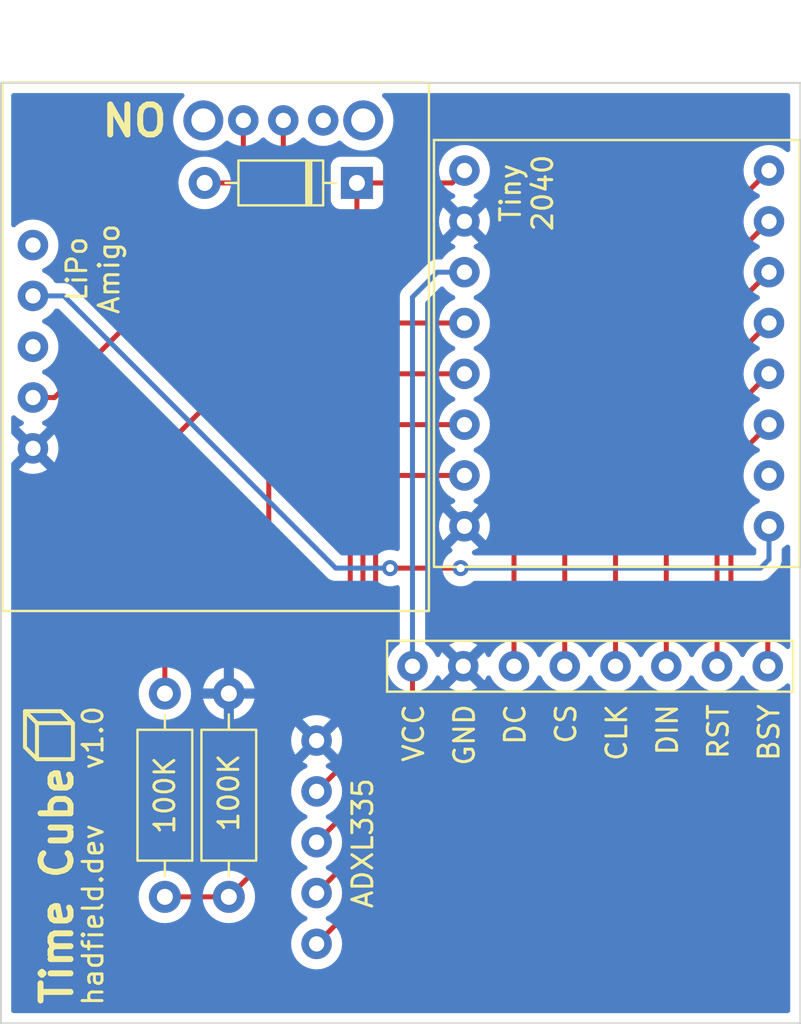
<source format=kicad_pcb>
(kicad_pcb (version 20211014) (generator pcbnew)
  (layers (0 "F.Cu" signal) (31 "B.Cu" signal) (34 "B.Paste" user) (35 "F.Paste" user) (36 "B.SilkS" user "B.Silkscreen") (37 "F.SilkS" user "F.Silkscreen") (38 "B.Mask" user) (39 "F.Mask" user) (44 "Edge.Cuts" user))
  (net 0 "")
  (net 1 "Net-(D1-Pad1)")
  (net 2 "Net-(R1-Pad2)")
  (net 4 "Net-(D1-Pad2)")
  (net 5 "Net-(U2-Pad3)")
  (net 6 "Net-(SW1-Pad2)")
  (net 8 "/GND")
  (net 9 "/VCC")
  (net 10 "Net-(U1-Pad2)")
  (net 11 "Net-(U3-Pad7)")
  (net 12 "Net-(U3-Pad5)")
  (net 13 "Net-(U3-Pad11)")
  (net 14 "Net-(U3-Pad12)")
  (net 15 "Net-(U3-Pad13)")
  (net 17 "Net-(U3-Pad14)")
  (net 18 "Net-(U3-Pad15)")
  (net 19 "Net-(U3-Pad16)")
  (footprint "Timecube:Driver Data" (layer "F.Cu") (at 128.21 91.535 90)
    (fp_text reference "U5")
    (fp_text value "E-ink_Driver")
    (fp_rect (start -8.89 -8.89) (end -6.35 11.43) (layer "F.SilkS") (width 0.12) (fill none))
    (pad "1" thru_hole circle (at -7.62 -7.62 90) (size 1.524 1.524) (drill 0.762) (layers *.Cu *.Mask) (net 9 "/VCC"))
    (pad "2" thru_hole circle (at -7.62 -5.08 90) (size 1.524 1.524) (drill 0.762) (layers *.Cu *.Mask) (net 8 "/GND"))
    (pad "3" thru_hole circle (at -7.62 -2.54 90) (size 1.524 1.524) (drill 0.762) (layers *.Cu *.Mask) (net 19 "Net-(U3-Pad16)"))
    (pad "4" thru_hole circle (at -7.62 0 90) (size 1.524 1.524) (drill 0.762) (layers *.Cu *.Mask) (net 18 "Net-(U3-Pad15)"))
    (pad "5" thru_hole circle (at -7.62 2.54 90) (size 1.524 1.524) (drill 0.762) (layers *.Cu *.Mask) (net 17 "Net-(U3-Pad14)"))
    (pad "6" thru_hole circle (at -7.62 5.08 90) (size 1.524 1.524) (drill 0.762) (layers *.Cu *.Mask) (net 15 "Net-(U3-Pad13)"))
    (pad "7" thru_hole circle (at -7.62 7.62 90) (size 1.524 1.524) (drill 0.762) (layers *.Cu *.Mask) (net 14 "Net-(U3-Pad12)"))
    (pad "8" thru_hole circle (at -7.62 10.16 90) (size 1.524 1.524) (drill 0.762) (layers *.Cu *.Mask) (net 13 "Net-(U3-Pad11)"))
  )
  (footprint "Timecube:Tiny2040" (layer "F.Cu") (at 130.81 82)
    (fp_text reference "U3")
    (fp_text value "Tiny2040")
    (fp_rect (start -9.144 -9.144) (end 9.144 12.192) (layer "F.SilkS") (width 0.12) (fill none))
    (pad "1" thru_hole circle (at -7.62 -7.62) (size 1.524 1.524) (drill 0.762) (layers *.Cu *.Mask) (net 1 "Net-(D1-Pad1)"))
    (pad "2" thru_hole circle (at -7.62 -5.08) (size 1.524 1.524) (drill 0.762) (layers *.Cu *.Mask) (net 8 "/GND"))
    (pad "3" thru_hole circle (at -7.62 -2.54) (size 1.524 1.524) (drill 0.762) (layers *.Cu *.Mask) (net 9 "/VCC"))
    (pad "4" thru_hole circle (at -7.62 0) (size 1.524 1.524) (drill 0.762) (layers *.Cu *.Mask) (net 2 "Net-(R1-Pad2)"))
    (pad "5" thru_hole circle (at -7.62 2.54) (size 1.524 1.524) (drill 0.762) (layers *.Cu *.Mask) (net 12 "Net-(U3-Pad5)"))
    (pad "6" thru_hole circle (at -7.62 5.08) (size 1.524 1.524) (drill 0.762) (layers *.Cu *.Mask) (net 5 "Net-(U2-Pad3)"))
    (pad "7" thru_hole circle (at -7.62 7.62) (size 1.524 1.524) (drill 0.762) (layers *.Cu *.Mask) (net 11 "Net-(U3-Pad7)"))
    (pad "8" thru_hole circle (at -7.62 10.16) (size 1.524 1.524) (drill 0.762) (layers *.Cu *.Mask) (net 8 "/GND"))
    (pad "9" thru_hole circle (at 7.62 10.16) (size 1.524 1.524) (drill 0.762) (layers *.Cu *.Mask) (net 10 "Net-(U1-Pad2)"))
    (pad "10" thru_hole circle (at 7.62 7.62) (size 1.524 1.524) (drill 0.762) (layers *.Cu *.Mask))
    (pad "11" thru_hole circle (at 7.62 5.08) (size 1.524 1.524) (drill 0.762) (layers *.Cu *.Mask) (net 13 "Net-(U3-Pad11)"))
    (pad "12" thru_hole circle (at 7.62 2.54) (size 1.524 1.524) (drill 0.762) (layers *.Cu *.Mask) (net 14 "Net-(U3-Pad12)"))
    (pad "13" thru_hole circle (at 7.62 0) (size 1.524 1.524) (drill 0.762) (layers *.Cu *.Mask) (net 15 "Net-(U3-Pad13)"))
    (pad "14" thru_hole circle (at 7.62 -2.54) (size 1.524 1.524) (drill 0.762) (layers *.Cu *.Mask) (net 17 "Net-(U3-Pad14)"))
    (pad "15" thru_hole circle (at 7.62 -5.08) (size 1.524 1.524) (drill 0.762) (layers *.Cu *.Mask) (net 18 "Net-(U3-Pad15)"))
    (pad "16" thru_hole circle (at 7.62 -7.62) (size 1.524 1.524) (drill 0.762) (layers *.Cu *.Mask) (net 19 "Net-(U3-Pad16)"))
  )
  (footprint "Resistor_THT:R_Axial_DIN0207_L6.3mm_D2.5mm_P10.16mm_Horizontal" (layer "F.Cu") (at 108.2 100.52 -90)
    (fp_text reference "R1")
    (fp_text value "100K" (at 5.08 0.005 90) (layer "F.SilkS"))
    (fp_line (start 1.81 1.37) (end 8.35 1.37) (layer "F.SilkS") (width 0.12))
    (fp_line (start 8.35 -1.37) (end 1.81 -1.37) (layer "F.SilkS") (width 0.12))
    (fp_line (start 9.12 0) (end 8.35 0) (layer "F.SilkS") (width 0.12))
    (fp_line (start 1.81 -1.37) (end 1.81 1.37) (layer "F.SilkS") (width 0.12))
    (fp_line (start 1.04 0) (end 1.81 0) (layer "F.SilkS") (width 0.12))
    (fp_line (start 8.35 1.37) (end 8.35 -1.37) (layer "F.SilkS") (width 0.12))
    (pad "1" thru_hole circle (at 0 0 270) (size 1.6 1.6) (drill 0.8) (layers *.Cu *.Mask) (net 1 "Net-(D1-Pad1)"))
    (pad "2" thru_hole oval (at 10.16 0 270) (size 1.6 1.6) (drill 0.8) (layers *.Cu *.Mask) (net 2 "Net-(R1-Pad2)"))
  )
  (footprint "Diode_THT:D_DO-35_SOD27_P7.62mm_Horizontal" (layer "F.Cu") (at 117.81 75 180)
    (fp_text reference "D1")
    (fp_text value "1N5712")
    (fp_line (start 2.41 -1.12) (end 2.41 1.12) (layer "F.SilkS") (width 0.12))
    (fp_line (start 5.93 -1.12) (end 1.69 -1.12) (layer "F.SilkS") (width 0.12))
    (fp_line (start 1.69 -1.12) (end 1.69 1.12) (layer "F.SilkS") (width 0.12))
    (fp_line (start 5.93 1.12) (end 5.93 -1.12) (layer "F.SilkS") (width 0.12))
    (fp_line (start 2.53 -1.12) (end 2.53 1.12) (layer "F.SilkS") (width 0.12))
    (fp_line (start 1.69 1.12) (end 5.93 1.12) (layer "F.SilkS") (width 0.12))
    (fp_line (start 2.29 -1.12) (end 2.29 1.12) (layer "F.SilkS") (width 0.12))
    (fp_line (start 1.04 0) (end 1.69 0) (layer "F.SilkS") (width 0.12))
    (fp_line (start 6.58 0) (end 5.93 0) (layer "F.SilkS") (width 0.12))
    (pad "1" thru_hole rect (at 0 0 180) (size 1.6 1.6) (drill 0.8) (layers *.Cu *.Mask) (net 1 "Net-(D1-Pad1)"))
    (pad "2" thru_hole oval (at 7.62 0 180) (size 1.6 1.6) (drill 0.8) (layers *.Cu *.Mask) (net 4 "Net-(D1-Pad2)"))
  )
  (footprint "Timecube:LiPo Amigo" (layer "F.Cu") (at 109.22 83.185)
    (fp_text reference "U1")
    (fp_text value "Pimoroni_LiPo_Amigo")
    (fp_rect (start -9.144 -13.208) (end 12.192 13.208) (layer "F.SilkS") (width 0.12) (fill none))
    (pad "1" thru_hole circle (at -7.62 -5.08) (size 1.524 1.524) (drill 0.762) (layers *.Cu *.Mask))
    (pad "2" thru_hole circle (at -7.62 -2.54) (size 1.524 1.524) (drill 0.762) (layers *.Cu *.Mask) (net 10 "Net-(U1-Pad2)"))
    (pad "3" thru_hole circle (at -7.62 0) (size 1.524 1.524) (drill 0.762) (layers *.Cu *.Mask))
    (pad "4" thru_hole circle (at -7.62 2.54) (size 1.524 1.524) (drill 0.762) (layers *.Cu *.Mask) (net 6 "Net-(SW1-Pad2)"))
    (pad "5" thru_hole circle (at -7.62 5.08) (size 1.524 1.524) (drill 0.762) (layers *.Cu *.Mask) (net 8 "/GND"))
  )
  (footprint "Resistor_THT:R_Axial_DIN0207_L6.3mm_D2.5mm_P10.16mm_Horizontal" (layer "F.Cu") (at 111.4 110.68 90)
    (fp_text reference "R2")
    (fp_text value "100K" (at 5.207 0 90) (layer "F.SilkS"))
    (fp_line (start 1.81 1.37) (end 8.35 1.37) (layer "F.SilkS") (width 0.12))
    (fp_line (start 1.04 0) (end 1.81 0) (layer "F.SilkS") (width 0.12))
    (fp_line (start 8.35 -1.37) (end 1.81 -1.37) (layer "F.SilkS") (width 0.12))
    (fp_line (start 9.12 0) (end 8.35 0) (layer "F.SilkS") (width 0.12))
    (fp_line (start 1.81 -1.37) (end 1.81 1.37) (layer "F.SilkS") (width 0.12))
    (fp_line (start 8.35 1.37) (end 8.35 -1.37) (layer "F.SilkS") (width 0.12))
    (pad "1" thru_hole circle (at 0 0 90) (size 1.6 1.6) (drill 0.8) (layers *.Cu *.Mask) (net 2 "Net-(R1-Pad2)"))
    (pad "2" thru_hole oval (at 10.16 0 90) (size 1.6 1.6) (drill 0.8) (layers *.Cu *.Mask) (net 8 "/GND"))
  )
  (footprint "Timecube:Switch" (layer "F.Cu") (at 101.125 86.875 -90)
    (fp_text reference "SW1")
    (fp_text value "SW_SPDT")
    (pad "" np_thru_hole circle (at -15 -17 270) (size 2 2) (drill 1.2) (layers F&B.Cu *.Mask))
    (pad "" np_thru_hole circle (at -15 -9 270) (size 2 2) (drill 1.2) (layers F&B.Cu *.Mask))
    (pad "1" thru_hole circle (at -15 -15 270) (size 1.524 1.524) (drill 0.762) (layers *.Cu *.Mask))
    (pad "2" thru_hole circle (at -15 -13 270) (size 1.524 1.524) (drill 0.762) (layers *.Cu *.Mask) (net 6 "Net-(SW1-Pad2)"))
    (pad "3" thru_hole circle (at -15 -11 270) (size 1.524 1.524) (drill 0.762) (layers *.Cu *.Mask) (net 4 "Net-(D1-Pad2)"))
  )
  (footprint "Timecube:ADXL335" (layer "F.Cu") (at 110.712 107.95 180)
    (fp_text reference "U2")
    (fp_text value "Timecube_Accelerometer")
    (pad "1" thru_hole circle (at -5.08 -5.08 180) (size 1.524 1.524) (drill 0.762) (layers *.Cu *.Mask) (net 9 "/VCC"))
    (pad "2" thru_hole circle (at -5.08 -2.54 180) (size 1.524 1.524) (drill 0.762) (layers *.Cu *.Mask) (net 11 "Net-(U3-Pad7)"))
    (pad "3" thru_hole circle (at -5.08 0 180) (size 1.524 1.524) (drill 0.762) (layers *.Cu *.Mask) (net 5 "Net-(U2-Pad3)"))
    (pad "4" thru_hole circle (at -5.08 2.54 180) (size 1.524 1.524) (drill 0.762) (layers *.Cu *.Mask) (net 12 "Net-(U3-Pad5)"))
    (pad "5" thru_hole circle (at -5.08 5.08 180) (size 1.524 1.524) (drill 0.762) (layers *.Cu *.Mask) (net 8 "/GND"))
  )
  (gr_line (start 101.2 103.2) (end 103 103.2) (layer "F.Cu") (width 0.2))
  (gr_line (start 103 103.2) (end 103 101.4) (layer "F.Cu") (width 0.2))
  (gr_line (start 103.6 103.8) (end 103 103.2) (layer "F.Cu") (width 0.2))
  (gr_line (start 101.8 102) (end 101.2 101.4) (layer "F.SilkS") (width 0.2))
  (gr_line (start 101.2 101.4) (end 103 101.4) (layer "F.SilkS") (width 0.2))
  (gr_line (start 103 101.4) (end 103.6 102) (layer "F.SilkS") (width 0.2))
  (gr_line (start 101.8 103.8) (end 101.2 103.2) (layer "F.SilkS") (width 0.2))
  (gr_rect (start 103.6 103.8) (end 101.8 102) (layer "F.SilkS") (width 0.2) (fill none))
  (gr_line (start 101.2 103.2) (end 101.2 101.4) (layer "F.SilkS") (width 0.2))
  (gr_rect (start 100 70) (end 140 117) (layer "Edge.Cuts") (width 0.1) (fill none))
  (gr_text "GND" (at 123.19 100.965 90) (layer "F.SilkS") (effects (font (size 1 1)) (justify right)))
  (gr_text "CLK" (at 130.81 100.965 90) (layer "F.SilkS") (effects (font (size 1 1)) (justify right)))
  (gr_text "ADXL335" (at 118.1 108 90) (layer "F.SilkS") (effects (font (size 1 1))))
  (gr_text "Tiny\n2040" (at 126.3 75.5 90) (layer "F.SilkS") (effects (font (size 1 1))))
  (gr_text "ON" (at 106.68 71.755 180) (layer "F.SilkS") (effects (font (size 1.5 1.5) (thickness 0.3))))
  (gr_text "v1.0" (at 104.6 104.4 90) (layer "F.SilkS") (effects (font (size 1 1)) (justify left)))
  (gr_text "BSY" (at 138.43 100.965 90) (layer "F.SilkS") (effects (font (size 1 1)) (justify right)))
  (gr_text "CS" (at 128.27 100.965 90) (layer "F.SilkS") (effects (font (size 1 1)) (justify right)))
  (gr_text "hadfield.dev" (at 104.6 116.2 90) (layer "F.SilkS") (effects (font (size 1 1)) (justify left)))
  (gr_text "DC" (at 125.73 100.965 90) (layer "F.SilkS") (effects (font (size 1 1)) (justify right)))
  (gr_text "LiPo\nAmigo" (at 104.6 79.3 90) (layer "F.SilkS") (effects (font (size 1 1))))
  (gr_text "VCC" (at 120.65 100.965 90) (layer "F.SilkS") (effects (font (size 1 1)) (justify right)))
  (gr_text "RST" (at 135.89 100.965 90) (layer "F.SilkS") (effects (font (size 1 1)) (justify right)))
  (gr_text "DIN" (at 133.35 100.965 90) (layer "F.SilkS") (effects (font (size 1 1)) (justify right)))
  (gr_text "Time Cube" (at 102.8 116.2 90) (layer "F.SilkS") (effects (font (size 1.5 1.5) (thickness 0.3)) (justify left)))
  (segment (start 117.81 78.59) (end 117.81 75) (width 0.25) (layer "F.Cu") (net 1))
  (segment (start 117.81 75) (end 122.57 75) (width 0.25) (layer "F.Cu") (net 1))
  (segment (start 122.57 75) (end 123.19 74.38) (width 0.25) (layer "F.Cu") (net 1))
  (segment (start 108.2 88.2) (end 117.81 78.59) (width 0.25) (layer "F.Cu") (net 1))
  (segment (start 108.2 100.52) (end 108.2 88.2) (width 0.25) (layer "F.Cu") (net 1))
  (segment (start 113.4 108.68) (end 113.4 85.989282) (width 0.25) (layer "F.Cu") (net 2))
  (segment (start 111.4 110.68) (end 113.4 108.68) (width 0.25) (layer "F.Cu") (net 2))
  (segment (start 113.4 85.989282) (end 117.389282 82) (width 0.25) (layer "F.Cu") (net 2))
  (segment (start 117.389282 82) (end 123.19 82) (width 0.25) (layer "F.Cu") (net 2))
  (segment (start 108.2 110.68) (end 111.4 110.68) (width 0.25) (layer "F.Cu") (net 2))
  (segment (start 112.125 74.875) (end 112.125 71.875) (width 0.25) (layer "F.Cu") (net 4))
  (segment (start 112 75) (end 112.125 74.875) (width 0.25) (layer "F.Cu") (net 4))
  (segment (start 110.19 75) (end 112 75) (width 0.25) (layer "F.Cu") (net 4))
  (segment (start 118.11 87.63) (end 118.66 87.08) (width 0.25) (layer "F.Cu") (net 5))
  (segment (start 115.792 107.95) (end 118.11 105.632) (width 0.25) (layer "F.Cu") (net 5))
  (segment (start 118.11 105.632) (end 118.11 87.63) (width 0.25) (layer "F.Cu") (net 5))
  (segment (start 118.66 87.08) (end 123.19 87.08) (width 0.25) (layer "F.Cu") (net 5))
  (segment (start 114.125 74.27763) (end 114.125 71.875) (width 0.25) (layer "F.Cu") (net 6))
  (segment (start 101.6 85.725) (end 102.67763 85.725) (width 0.25) (layer "F.Cu") (net 6))
  (segment (start 102.67763 85.725) (end 114.125 74.27763) (width 0.25) (layer "F.Cu") (net 6))
  (segment (start 120.59 108.232) (end 120.59 99.155) (width 0.25) (layer "F.Cu") (net 9))
  (segment (start 115.792 113.03) (end 120.59 108.232) (width 0.25) (layer "F.Cu") (net 9))
  (segment (start 120.495 99.06) (end 120.59 99.155) (width 0.25) (layer "F.Cu") (net 9))
  (segment (start 121.835 79.46) (end 123.19 79.46) (width 0.25) (layer "B.Cu") (net 9))
  (segment (start 120.59 99.155) (end 120.59 80.705) (width 0.25) (layer "B.Cu") (net 9))
  (segment (start 120.59 80.705) (end 121.835 79.46) (width 0.25) (layer "B.Cu") (net 9))
  (segment (start 119.4695 94.25) (end 123 94.25) (width 0.25) (layer "F.Cu") (net 10))
  (via (at 119.4695 94.25) (size 0.8) (drill 0.4) (layers "F.Cu" "B.Cu") (net 10))
  (via (at 123 94.25) (size 0.8) (drill 0.4) (layers "F.Cu" "B.Cu") (net 10))
  (segment (start 119.25 94.25) (end 119.4695 94.25) (width 0.25) (layer "B.Cu") (net 10))
  (segment (start 103.75 81.25) (end 116.75 94.25) (width 0.25) (layer "B.Cu") (net 10))
  (segment (start 123 94.25) (end 138 94.25) (width 0.25) (layer "B.Cu") (net 10))
  (segment (start 138.43 93.82) (end 138.43 92.16) (width 0.25) (layer "B.Cu") (net 10))
  (segment (start 138 94.25) (end 138.43 93.82) (width 0.25) (layer "B.Cu") (net 10))
  (segment (start 116.75 94.25) (end 119.25 94.25) (width 0.25) (layer "B.Cu") (net 10))
  (segment (start 103.145 80.645) (end 103.75 81.25) (width 0.25) (layer "B.Cu") (net 10))
  (segment (start 101.6 80.645) (end 103.145 80.645) (width 0.25) (layer "B.Cu") (net 10))
  (segment (start 115.792 110.49) (end 118.745 107.537) (width 0.25) (layer "F.Cu") (net 11))
  (segment (start 118.745 90.17) (end 119.295 89.62) (width 0.25) (layer "F.Cu") (net 11))
  (segment (start 118.745 107.537) (end 118.745 90.17) (width 0.25) (layer "F.Cu") (net 11))
  (segment (start 119.295 89.62) (end 123.19 89.62) (width 0.25) (layer "F.Cu") (net 11))
  (segment (start 117.475 85.09) (end 118.025 84.54) (width 0.25) (layer "F.Cu") (net 12))
  (segment (start 118.025 84.54) (end 123.19 84.54) (width 0.25) (layer "F.Cu") (net 12))
  (segment (start 115.792 105.41) (end 117.475 103.727) (width 0.25) (layer "F.Cu") (net 12))
  (segment (start 117.475 103.727) (end 117.475 85.09) (width 0.25) (layer "F.Cu") (net 12))
  (segment (start 136.525 88.985) (end 138.43 87.08) (width 0.25) (layer "F.Cu") (net 13))
  (segment (start 138.37 99.155) (end 138.37 97.73) (width 0.25) (layer "F.Cu") (net 13))
  (segment (start 138.37 99.155) (end 138.37 99.12) (width 0.25) (layer "F.Cu") (net 13))
  (segment (start 136.525 95.885) (end 136.525 88.985) (width 0.25) (layer "F.Cu") (net 13))
  (segment (start 138.37 97.73) (end 136.525 95.885) (width 0.25) (layer "F.Cu") (net 13))
  (segment (start 138.37 99.12) (end 138.43 99.06) (width 0.25) (layer "F.Cu") (net 13))
  (segment (start 135.83 87.14) (end 138.43 84.54) (width 0.25) (layer "F.Cu") (net 14))
  (segment (start 135.83 99.155) (end 135.83 87.14) (width 0.25) (layer "F.Cu") (net 14))
  (segment (start 133.29 99.155) (end 133.29 87.14) (width 0.25) (layer "F.Cu") (net 15))
  (segment (start 133.29 87.14) (end 138.43 82) (width 0.25) (layer "F.Cu") (net 15))
  (segment (start 130.75 99.155) (end 130.75 87.14) (width 0.25) (layer "F.Cu") (net 17))
  (segment (start 130.75 87.14) (end 138.43 79.46) (width 0.25) (layer "F.Cu") (net 17))
  (segment (start 128.21 99.155) (end 128.21 87.14) (width 0.25) (layer "F.Cu") (net 18))
  (segment (start 128.21 87.14) (end 138.43 76.92) (width 0.25) (layer "F.Cu") (net 18))
  (segment (start 125.67 87.14) (end 138.43 74.38) (width 0.25) (layer "F.Cu") (net 19))
  (segment (start 125.67 99.155) (end 125.67 87.14) (width 0.25) (layer "F.Cu") (net 19))
  (zone (net 8) (net_name "/GND") (layer "B.Cu") (connect_pads (clearance 0.508)) (min_thickness 0.254) (fill yes (thermal_gap 0.508) (thermal_bridge_width 0.508))
    (polygon (pts (xy 140 117) (xy 100 117) (xy 100 70) (xy 140 70)))
  )
)
</source>
